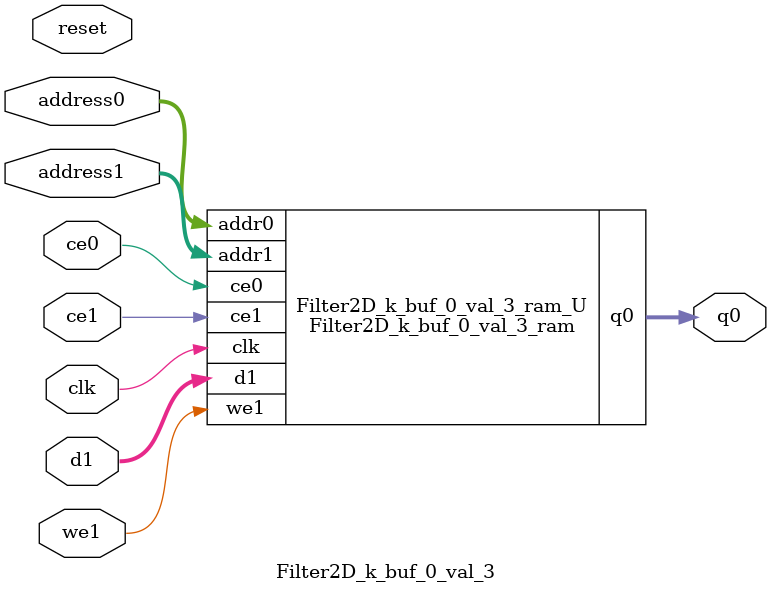
<source format=v>
`timescale 1 ns / 1 ps
module Filter2D_k_buf_0_val_3_ram (addr0, ce0, q0, addr1, ce1, d1, we1,  clk);

parameter DWIDTH = 8;
parameter AWIDTH = 11;
parameter MEM_SIZE = 1920;

input[AWIDTH-1:0] addr0;
input ce0;
output reg[DWIDTH-1:0] q0;
input[AWIDTH-1:0] addr1;
input ce1;
input[DWIDTH-1:0] d1;
input we1;
input clk;

(* ram_style = "block" *)reg [DWIDTH-1:0] ram[0:MEM_SIZE-1];




always @(posedge clk)  
begin 
    if (ce0) 
    begin
        q0 <= ram[addr0];
    end
end


always @(posedge clk)  
begin 
    if (ce1) 
    begin
        if (we1) 
        begin 
            ram[addr1] <= d1; 
        end 
    end
end


endmodule

`timescale 1 ns / 1 ps
module Filter2D_k_buf_0_val_3(
    reset,
    clk,
    address0,
    ce0,
    q0,
    address1,
    ce1,
    we1,
    d1);

parameter DataWidth = 32'd8;
parameter AddressRange = 32'd1920;
parameter AddressWidth = 32'd11;
input reset;
input clk;
input[AddressWidth - 1:0] address0;
input ce0;
output[DataWidth - 1:0] q0;
input[AddressWidth - 1:0] address1;
input ce1;
input we1;
input[DataWidth - 1:0] d1;



Filter2D_k_buf_0_val_3_ram Filter2D_k_buf_0_val_3_ram_U(
    .clk( clk ),
    .addr0( address0 ),
    .ce0( ce0 ),
    .q0( q0 ),
    .addr1( address1 ),
    .ce1( ce1 ),
    .we1( we1 ),
    .d1( d1 ));

endmodule


</source>
